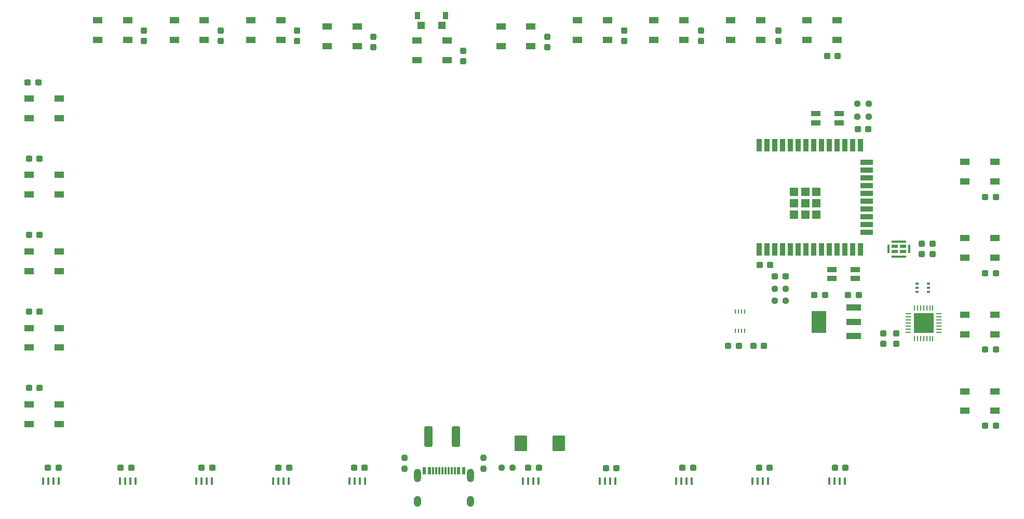
<source format=gbr>
%TF.GenerationSoftware,KiCad,Pcbnew,(6.0.6-0)*%
%TF.CreationDate,2022-08-02T12:10:40+02:00*%
%TF.ProjectId,GlowSignMainPCB,476c6f77-5369-4676-9e4d-61696e504342,rev?*%
%TF.SameCoordinates,Original*%
%TF.FileFunction,Copper,L1,Top*%
%TF.FilePolarity,Positive*%
%FSLAX46Y46*%
G04 Gerber Fmt 4.6, Leading zero omitted, Abs format (unit mm)*
G04 Created by KiCad (PCBNEW (6.0.6-0)) date 2022-08-02 12:10:40*
%MOMM*%
%LPD*%
G01*
G04 APERTURE LIST*
G04 Aperture macros list*
%AMRoundRect*
0 Rectangle with rounded corners*
0 $1 Rounding radius*
0 $2 $3 $4 $5 $6 $7 $8 $9 X,Y pos of 4 corners*
0 Add a 4 corners polygon primitive as box body*
4,1,4,$2,$3,$4,$5,$6,$7,$8,$9,$2,$3,0*
0 Add four circle primitives for the rounded corners*
1,1,$1+$1,$2,$3*
1,1,$1+$1,$4,$5*
1,1,$1+$1,$6,$7*
1,1,$1+$1,$8,$9*
0 Add four rect primitives between the rounded corners*
20,1,$1+$1,$2,$3,$4,$5,0*
20,1,$1+$1,$4,$5,$6,$7,0*
20,1,$1+$1,$6,$7,$8,$9,0*
20,1,$1+$1,$8,$9,$2,$3,0*%
G04 Aperture macros list end*
%TA.AperFunction,SMDPad,CuDef*%
%ADD10RoundRect,0.237500X-0.237500X0.300000X-0.237500X-0.300000X0.237500X-0.300000X0.237500X0.300000X0*%
%TD*%
%TA.AperFunction,SMDPad,CuDef*%
%ADD11R,0.419990X1.300000*%
%TD*%
%TA.AperFunction,SMDPad,CuDef*%
%ADD12R,0.900000X2.000000*%
%TD*%
%TA.AperFunction,SMDPad,CuDef*%
%ADD13R,2.000000X0.900000*%
%TD*%
%TA.AperFunction,SMDPad,CuDef*%
%ADD14R,1.330000X1.330000*%
%TD*%
%TA.AperFunction,SMDPad,CuDef*%
%ADD15R,1.500000X1.000000*%
%TD*%
%TA.AperFunction,SMDPad,CuDef*%
%ADD16RoundRect,0.237500X-0.300000X-0.237500X0.300000X-0.237500X0.300000X0.237500X-0.300000X0.237500X0*%
%TD*%
%TA.AperFunction,SMDPad,CuDef*%
%ADD17RoundRect,0.250000X-0.400000X-1.450000X0.400000X-1.450000X0.400000X1.450000X-0.400000X1.450000X0*%
%TD*%
%TA.AperFunction,SMDPad,CuDef*%
%ADD18RoundRect,0.237500X-0.237500X0.250000X-0.237500X-0.250000X0.237500X-0.250000X0.237500X0.250000X0*%
%TD*%
%TA.AperFunction,SMDPad,CuDef*%
%ADD19RoundRect,0.237500X0.300000X0.237500X-0.300000X0.237500X-0.300000X-0.237500X0.300000X-0.237500X0*%
%TD*%
%TA.AperFunction,SMDPad,CuDef*%
%ADD20R,0.900000X0.280010*%
%TD*%
%TA.AperFunction,SMDPad,CuDef*%
%ADD21R,0.280010X0.900000*%
%TD*%
%TA.AperFunction,SMDPad,CuDef*%
%ADD22R,3.300000X3.300000*%
%TD*%
%TA.AperFunction,SMDPad,CuDef*%
%ADD23O,0.250013X0.750013*%
%TD*%
%TA.AperFunction,SMDPad,CuDef*%
%ADD24R,2.470003X0.980010*%
%TD*%
%TA.AperFunction,SMDPad,CuDef*%
%ADD25R,2.470003X3.600000*%
%TD*%
%TA.AperFunction,SMDPad,CuDef*%
%ADD26R,1.500000X0.900000*%
%TD*%
%TA.AperFunction,SMDPad,CuDef*%
%ADD27RoundRect,0.250000X-0.787500X-1.025000X0.787500X-1.025000X0.787500X1.025000X-0.787500X1.025000X0*%
%TD*%
%TA.AperFunction,SMDPad,CuDef*%
%ADD28RoundRect,0.237500X0.237500X-0.300000X0.237500X0.300000X-0.237500X0.300000X-0.237500X-0.300000X0*%
%TD*%
%TA.AperFunction,SMDPad,CuDef*%
%ADD29R,0.600000X0.419990*%
%TD*%
%TA.AperFunction,SMDPad,CuDef*%
%ADD30R,0.600000X1.300000*%
%TD*%
%TA.AperFunction,SMDPad,CuDef*%
%ADD31R,0.300000X1.300000*%
%TD*%
%TA.AperFunction,ComponentPad*%
%ADD32O,1.200000X1.800000*%
%TD*%
%TA.AperFunction,ComponentPad*%
%ADD33O,1.200000X2.200000*%
%TD*%
%TA.AperFunction,SMDPad,CuDef*%
%ADD34RoundRect,0.237500X-0.250000X-0.237500X0.250000X-0.237500X0.250000X0.237500X-0.250000X0.237500X0*%
%TD*%
%TA.AperFunction,SMDPad,CuDef*%
%ADD35RoundRect,0.237500X0.250000X0.237500X-0.250000X0.237500X-0.250000X-0.237500X0.250000X-0.237500X0*%
%TD*%
%TA.AperFunction,SMDPad,CuDef*%
%ADD36R,1.050013X0.550013*%
%TD*%
%TA.AperFunction,SMDPad,CuDef*%
%ADD37R,0.450013X1.400000*%
%TD*%
%TA.AperFunction,SMDPad,CuDef*%
%ADD38R,2.400000X0.450013*%
%TD*%
%TA.AperFunction,SMDPad,CuDef*%
%ADD39R,0.900000X1.200000*%
%TD*%
%TA.AperFunction,SMDPad,CuDef*%
%ADD40R,1.200000X1.300000*%
%TD*%
G04 APERTURE END LIST*
D10*
%TO.P,C31,1*%
%TO.N,+5V*%
X159122600Y-65989900D03*
%TO.P,C31,2*%
%TO.N,LED GND*%
X159122600Y-67714900D03*
%TD*%
D11*
%TO.P,D3,1,DIN*%
%TO.N,LED1 DATA OUT*%
X155179442Y-138608618D03*
%TO.P,D3,2,VDD*%
%TO.N,+5V*%
X156029328Y-138608618D03*
%TO.P,D3,3,DOUT*%
%TO.N,Net-(D3-Pad3)*%
X156879468Y-138608618D03*
%TO.P,D3,4,VSS*%
%TO.N,LED GND*%
X157729354Y-138608618D03*
%TD*%
D12*
%TO.P,U4,1,GND*%
%TO.N,GND*%
X193701250Y-100713700D03*
%TO.P,U4,2,3V3*%
%TO.N,+3V3*%
X194971250Y-100713700D03*
%TO.P,U4,3,EN*%
%TO.N,EN*%
X196241250Y-100713700D03*
%TO.P,U4,4,SENSOR_VP*%
%TO.N,unconnected-(U4-Pad4)*%
X197511250Y-100713700D03*
%TO.P,U4,5,SENSOR_VN*%
%TO.N,unconnected-(U4-Pad5)*%
X198781250Y-100713700D03*
%TO.P,U4,6,I34*%
%TO.N,I34{slash}BATT VOLT*%
X200051250Y-100713700D03*
%TO.P,U4,7,I35*%
%TO.N,I35{slash}BATT CHARGING*%
X201321250Y-100713700D03*
%TO.P,U4,8,IO32*%
%TO.N,IO32{slash}SD*%
X202591250Y-100713700D03*
%TO.P,U4,9,IO33*%
%TO.N,IO33{slash}USB-C CONN*%
X203861250Y-100713700D03*
%TO.P,U4,10,IO25*%
%TO.N,unconnected-(U4-Pad10)*%
X205131250Y-100713700D03*
%TO.P,U4,11,IO26*%
%TO.N,unconnected-(U4-Pad11)*%
X206401250Y-100713700D03*
%TO.P,U4,12,IO27*%
%TO.N,unconnected-(U4-Pad12)*%
X207671250Y-100713700D03*
%TO.P,U4,13,IO14*%
%TO.N,IO14{slash}SCK*%
X208941250Y-100713700D03*
%TO.P,U4,14,IO12*%
%TO.N,unconnected-(U4-Pad14)*%
X210211250Y-100713700D03*
D13*
%TO.P,U4,15,GND*%
%TO.N,GND*%
X211211250Y-97928700D03*
%TO.P,U4,16,IO13*%
%TO.N,unconnected-(U4-Pad16)*%
X211211250Y-96658700D03*
%TO.P,U4,17,NC*%
%TO.N,unconnected-(U4-Pad17)*%
X211211250Y-95388700D03*
%TO.P,U4,18,NC*%
%TO.N,unconnected-(U4-Pad18)*%
X211211250Y-94118700D03*
%TO.P,U4,19,NC*%
%TO.N,unconnected-(U4-Pad19)*%
X211211250Y-92848700D03*
%TO.P,U4,20,NC*%
%TO.N,unconnected-(U4-Pad20)*%
X211211250Y-91578700D03*
%TO.P,U4,21,NC*%
%TO.N,unconnected-(U4-Pad21)*%
X211211250Y-90308700D03*
%TO.P,U4,22,NC*%
%TO.N,unconnected-(U4-Pad22)*%
X211211250Y-89038700D03*
%TO.P,U4,23,IO15*%
%TO.N,IO15{slash}WS*%
X211211250Y-87768700D03*
%TO.P,U4,24,IO2*%
%TO.N,unconnected-(U4-Pad24)*%
X211211250Y-86498700D03*
D12*
%TO.P,U4,25,IO0*%
%TO.N,IO0*%
X210211250Y-83713700D03*
%TO.P,U4,26,IO4*%
%TO.N,unconnected-(U4-Pad26)*%
X208941250Y-83713700D03*
%TO.P,U4,27,IO16*%
%TO.N,IO16{slash}LED1*%
X207671250Y-83713700D03*
%TO.P,U4,28,IO17*%
%TO.N,unconnected-(U4-Pad28)*%
X206401250Y-83713700D03*
%TO.P,U4,29,IO5*%
%TO.N,unconnected-(U4-Pad29)*%
X205131250Y-83713700D03*
%TO.P,U4,30,IO18*%
%TO.N,IO18{slash}MAINBUTTON*%
X203861250Y-83713700D03*
%TO.P,U4,31,IO19*%
%TO.N,unconnected-(U4-Pad31)*%
X202591250Y-83713700D03*
%TO.P,U4,32,NC1*%
%TO.N,unconnected-(U4-Pad32)*%
X201321250Y-83713700D03*
%TO.P,U4,33,IO21*%
%TO.N,unconnected-(U4-Pad33)*%
X200051250Y-83713700D03*
%TO.P,U4,34,RXD0*%
%TO.N,RXD0*%
X198781250Y-83713700D03*
%TO.P,U4,35,TXD0*%
%TO.N,TXD0*%
X197511250Y-83713700D03*
%TO.P,U4,36,IO22*%
%TO.N,unconnected-(U4-Pad36)*%
X196241250Y-83713700D03*
%TO.P,U4,37,IO23*%
%TO.N,IO23{slash}LEDPOWER*%
X194971250Y-83713700D03*
%TO.P,U4,38,GND*%
%TO.N,GND*%
X193701250Y-83713700D03*
D14*
%TO.P,U4,39,GND*%
X199366250Y-95048700D03*
X201201250Y-93213700D03*
X199366250Y-91378700D03*
X203036250Y-95048700D03*
X203036250Y-91378700D03*
X203036250Y-93213700D03*
X201201250Y-95048700D03*
X199366250Y-93213700D03*
X201201250Y-91378700D03*
%TD*%
D15*
%TO.P,D18,1,VDD*%
%TO.N,+5V*%
X123283700Y-64322400D03*
%TO.P,D18,2,DOUT*%
%TO.N,Net-(D18-Pad2)*%
X123283700Y-67522400D03*
%TO.P,D18,3,VSS*%
%TO.N,LED GND*%
X128183700Y-67522400D03*
%TO.P,D18,4,DIN*%
%TO.N,Net-(D17-Pad2)*%
X128183700Y-64322400D03*
%TD*%
%TO.P,D12,1,VDD*%
%TO.N,+5V*%
X201498300Y-63322400D03*
%TO.P,D12,2,DOUT*%
%TO.N,Net-(D12-Pad2)*%
X201498300Y-66522400D03*
%TO.P,D12,3,VSS*%
%TO.N,LED GND*%
X206398300Y-66522400D03*
%TO.P,D12,4,DIN*%
%TO.N,Net-(D11-Pad2)*%
X206398300Y-63322400D03*
%TD*%
D16*
%TO.P,C48,1*%
%TO.N,+5V*%
X188633900Y-116471600D03*
%TO.P,C48,2*%
%TO.N,GND*%
X190358900Y-116471600D03*
%TD*%
D15*
%TO.P,D15,1,VDD*%
%TO.N,+5V*%
X164055000Y-63322400D03*
%TO.P,D15,2,DOUT*%
%TO.N,Net-(D15-Pad2)*%
X164055000Y-66522400D03*
%TO.P,D15,3,VSS*%
%TO.N,LED GND*%
X168955000Y-66522400D03*
%TO.P,D15,4,DIN*%
%TO.N,Net-(D14-Pad2)*%
X168955000Y-63322400D03*
%TD*%
D17*
%TO.P,F1,1*%
%TO.N,Net-(F1-Pad1)*%
X139761000Y-131318000D03*
%TO.P,F1,2*%
%TO.N,USB-C 5V*%
X144211000Y-131318000D03*
%TD*%
D15*
%TO.P,D8,1,VDD*%
%TO.N,+5V*%
X227260600Y-123896900D03*
%TO.P,D8,2,DOUT*%
%TO.N,Net-(D8-Pad2)*%
X227260600Y-127096900D03*
%TO.P,D8,3,VSS*%
%TO.N,LED GND*%
X232160600Y-127096900D03*
%TO.P,D8,4,DIN*%
%TO.N,Net-(D7-Pad3)*%
X232160600Y-123896900D03*
%TD*%
D11*
%TO.P,D28,1,DIN*%
%TO.N,Net-(D27-Pad3)*%
X89445942Y-138608618D03*
%TO.P,D28,2,VDD*%
%TO.N,+5V*%
X90295828Y-138608618D03*
%TO.P,D28,3,DOUT*%
%TO.N,Net-(D28-Pad3)*%
X91145968Y-138608618D03*
%TO.P,D28,4,VSS*%
%TO.N,LED GND*%
X91995854Y-138608618D03*
%TD*%
D16*
%TO.P,C18,1*%
%TO.N,+5V*%
X156031100Y-136380120D03*
%TO.P,C18,2*%
%TO.N,LED GND*%
X157756100Y-136380120D03*
%TD*%
D15*
%TO.P,D19,1,VDD*%
%TO.N,+5V*%
X110802600Y-63322400D03*
%TO.P,D19,2,DOUT*%
%TO.N,Net-(D19-Pad2)*%
X110802600Y-66522400D03*
%TO.P,D19,3,VSS*%
%TO.N,LED GND*%
X115702600Y-66522400D03*
%TO.P,D19,4,DIN*%
%TO.N,Net-(D18-Pad2)*%
X115702600Y-63322400D03*
%TD*%
D18*
%TO.P,R2,1*%
%TO.N,GND*%
X135826000Y-134755500D03*
%TO.P,R2,2*%
%TO.N,USB-C CC1*%
X135826000Y-136580500D03*
%TD*%
D19*
%TO.P,C7,1*%
%TO.N,GND*%
X204406400Y-108211600D03*
%TO.P,C7,2*%
%TO.N,+3V3*%
X202681400Y-108211600D03*
%TD*%
D15*
%TO.P,D21,1,VDD*%
%TO.N,+5V*%
X85840400Y-63322400D03*
%TO.P,D21,2,DOUT*%
%TO.N,Net-(D21-Pad2)*%
X85840400Y-66522400D03*
%TO.P,D21,3,VSS*%
%TO.N,LED GND*%
X90740400Y-66522400D03*
%TO.P,D21,4,DIN*%
%TO.N,Net-(D20-Pad2)*%
X90740400Y-63322400D03*
%TD*%
D16*
%TO.P,C38,1*%
%TO.N,+5V*%
X74617700Y-85928600D03*
%TO.P,C38,2*%
%TO.N,LED GND*%
X76342700Y-85928600D03*
%TD*%
D15*
%TO.P,D13,1,VDD*%
%TO.N,+5V*%
X189017200Y-63322400D03*
%TO.P,D13,2,DOUT*%
%TO.N,Net-(D13-Pad2)*%
X189017200Y-66522400D03*
%TO.P,D13,3,VSS*%
%TO.N,LED GND*%
X193917200Y-66522400D03*
%TO.P,D13,4,DIN*%
%TO.N,Net-(D12-Pad2)*%
X193917200Y-63322400D03*
%TD*%
D20*
%TO.P,U7,1,DCD*%
%TO.N,unconnected-(U7-Pad1)*%
X218006451Y-111260533D03*
%TO.P,U7,2,RI*%
%TO.N,unconnected-(U7-Pad2)*%
X218006451Y-111760914D03*
%TO.P,U7,3,GND*%
%TO.N,GND*%
X218006451Y-112261295D03*
%TO.P,U7,4,D+*%
%TO.N,USB-C DATA+*%
X218006451Y-112761676D03*
%TO.P,U7,5,D-*%
%TO.N,USB-C DATA-*%
X218006451Y-113262057D03*
%TO.P,U7,6,VDD*%
%TO.N,+3V3*%
X218006451Y-113762438D03*
%TO.P,U7,7,REGIN*%
X218006451Y-114262819D03*
D21*
%TO.P,U7,8,VBUS*%
%TO.N,USB-C 5V*%
X219005181Y-115261803D03*
%TO.P,U7,9,~{RST}*%
%TO.N,unconnected-(U7-Pad9)*%
X219505562Y-115261803D03*
%TO.P,U7,10,NC*%
%TO.N,unconnected-(U7-Pad10)*%
X220005943Y-115261803D03*
%TO.P,U7,11,~{SUSPEND}*%
%TO.N,unconnected-(U7-Pad11)*%
X220506324Y-115261803D03*
%TO.P,U7,12,SUSPEND*%
%TO.N,unconnected-(U7-Pad12)*%
X221006705Y-115261803D03*
%TO.P,U7,13,NC*%
%TO.N,unconnected-(U7-Pad13)*%
X221507086Y-115261803D03*
%TO.P,U7,14,NC*%
%TO.N,unconnected-(U7-Pad14)*%
X222007467Y-115261803D03*
D20*
%TO.P,U7,15,NC*%
%TO.N,unconnected-(U7-Pad15)*%
X223006451Y-114262819D03*
%TO.P,U7,16,NC*%
%TO.N,unconnected-(U7-Pad16)*%
X223006451Y-113762438D03*
%TO.P,U7,17,NC*%
%TO.N,unconnected-(U7-Pad17)*%
X223006451Y-113262057D03*
%TO.P,U7,18,NC*%
%TO.N,unconnected-(U7-Pad18)*%
X223006451Y-112761676D03*
%TO.P,U7,19,NC*%
%TO.N,unconnected-(U7-Pad19)*%
X223006451Y-112261295D03*
%TO.P,U7,20,NC*%
%TO.N,unconnected-(U7-Pad20)*%
X223006451Y-111760914D03*
%TO.P,U7,21,NC*%
%TO.N,unconnected-(U7-Pad21)*%
X223006451Y-111260533D03*
D21*
%TO.P,U7,22,NC*%
%TO.N,unconnected-(U7-Pad22)*%
X222007467Y-110261803D03*
%TO.P,U7,23,CTS*%
%TO.N,unconnected-(U7-Pad23)*%
X221507086Y-110261803D03*
%TO.P,U7,24,RTS*%
%TO.N,RTS*%
X221006705Y-110261803D03*
%TO.P,U7,25,RXD*%
%TO.N,TXD0*%
X220506324Y-110261803D03*
%TO.P,U7,26,TXD*%
%TO.N,RXD0*%
X220005943Y-110261803D03*
%TO.P,U7,27,DSR*%
%TO.N,unconnected-(U7-Pad27)*%
X219505562Y-110261803D03*
%TO.P,U7,28,DTR*%
%TO.N,DTR*%
X219005181Y-110261803D03*
D22*
%TO.P,U7,29,GND_PAD*%
%TO.N,GND*%
X220506324Y-112761676D03*
%TD*%
D15*
%TO.P,D10,1,VDD*%
%TO.N,+5V*%
X227260600Y-98906900D03*
%TO.P,D10,2,DOUT*%
%TO.N,Net-(D10-Pad2)*%
X227260600Y-102106900D03*
%TO.P,D10,3,VSS*%
%TO.N,LED GND*%
X232160600Y-102106900D03*
%TO.P,D10,4,DIN*%
%TO.N,Net-(D10-Pad4)*%
X232160600Y-98906900D03*
%TD*%
D10*
%TO.P,C32,1*%
%TO.N,+5V*%
X145398000Y-68273100D03*
%TO.P,C32,2*%
%TO.N,LED GND*%
X145398000Y-69998100D03*
%TD*%
D16*
%TO.P,C40,1*%
%TO.N,+5V*%
X74617700Y-110875266D03*
%TO.P,C40,2*%
%TO.N,LED GND*%
X76342700Y-110875266D03*
%TD*%
%TO.P,C46,1*%
%TO.N,+5V*%
X127628600Y-136380120D03*
%TO.P,C46,2*%
%TO.N,LED GND*%
X129353600Y-136380120D03*
%TD*%
D23*
%TO.P,U3,1,VCCA*%
%TO.N,+5V*%
X189814439Y-114019979D03*
%TO.P,U3,2,A1*%
%TO.N,Net-(R1-Pad1)*%
X190314566Y-114019979D03*
%TO.P,U3,3,A2*%
%TO.N,GND*%
X190814439Y-114019979D03*
%TO.P,U3,4,GND*%
X191314566Y-114019979D03*
%TO.P,U3,5,DIR*%
X191314566Y-110920157D03*
%TO.P,U3,6,B2*%
X190814439Y-110920157D03*
%TO.P,U3,7,B1*%
%TO.N,IO16{slash}LED1*%
X190314566Y-110920157D03*
%TO.P,U3,8,VCCB*%
%TO.N,+3V3*%
X189814439Y-110920157D03*
%TD*%
D15*
%TO.P,D25,1,VDD*%
%TO.N,+5V*%
X74664400Y-113563600D03*
%TO.P,D25,2,DOUT*%
%TO.N,Net-(D25-Pad2)*%
X74664400Y-116763600D03*
%TO.P,D25,3,VSS*%
%TO.N,LED GND*%
X79564400Y-116763600D03*
%TO.P,D25,4,DIN*%
%TO.N,Net-(D24-Pad2)*%
X79564400Y-113563600D03*
%TD*%
D16*
%TO.P,C37,1*%
%TO.N,+5V*%
X74423100Y-73507600D03*
%TO.P,C37,2*%
%TO.N,LED GND*%
X76148100Y-73507600D03*
%TD*%
%TO.P,C27,1*%
%TO.N,+5V*%
X204777600Y-69162400D03*
%TO.P,C27,2*%
%TO.N,LED GND*%
X206502600Y-69162400D03*
%TD*%
D11*
%TO.P,D4,1,DIN*%
%TO.N,Net-(D3-Pad3)*%
X167660542Y-138608618D03*
%TO.P,D4,2,VDD*%
%TO.N,+5V*%
X168510428Y-138608618D03*
%TO.P,D4,3,DOUT*%
%TO.N,Net-(D4-Pad3)*%
X169360568Y-138608618D03*
%TO.P,D4,4,VSS*%
%TO.N,LED GND*%
X170210454Y-138608618D03*
%TD*%
D16*
%TO.P,C19,1*%
%TO.N,+5V*%
X168701100Y-136440120D03*
%TO.P,C19,2*%
%TO.N,LED GND*%
X170426100Y-136440120D03*
%TD*%
D24*
%TO.P,U18,1,GND*%
%TO.N,GND*%
X209111300Y-114851575D03*
%TO.P,U18,2,Vout*%
%TO.N,+3V3*%
X209111300Y-112551600D03*
%TO.P,U18,3,Vin*%
%TO.N,+5V*%
X209111300Y-110251625D03*
D25*
%TO.P,U18,4,Vout*%
%TO.N,+3V3*%
X203441500Y-112551600D03*
%TD*%
D16*
%TO.P,C44,1*%
%TO.N,+5V*%
X102781100Y-136380120D03*
%TO.P,C44,2*%
%TO.N,LED GND*%
X104506100Y-136380120D03*
%TD*%
D15*
%TO.P,D24,1,VDD*%
%TO.N,+5V*%
X74664400Y-101068600D03*
%TO.P,D24,2,DOUT*%
%TO.N,Net-(D24-Pad2)*%
X74664400Y-104268600D03*
%TO.P,D24,3,VSS*%
%TO.N,LED GND*%
X79564400Y-104268600D03*
%TO.P,D24,4,DIN*%
%TO.N,Net-(D23-Pad2)*%
X79564400Y-101068600D03*
%TD*%
%TO.P,D16,1,VDD*%
%TO.N,+5V*%
X151573900Y-64322400D03*
%TO.P,D16,2,DOUT*%
%TO.N,Net-(D16-Pad2)*%
X151573900Y-67522400D03*
%TO.P,D16,3,VSS*%
%TO.N,LED GND*%
X156473900Y-67522400D03*
%TO.P,D16,4,DIN*%
%TO.N,Net-(D15-Pad2)*%
X156473900Y-64322400D03*
%TD*%
D16*
%TO.P,C39,1*%
%TO.N,+5V*%
X74617700Y-98401933D03*
%TO.P,C39,2*%
%TO.N,LED GND*%
X76342700Y-98401933D03*
%TD*%
%TO.P,C41,1*%
%TO.N,+5V*%
X74617700Y-123348600D03*
%TO.P,C41,2*%
%TO.N,LED GND*%
X76342700Y-123348600D03*
%TD*%
D11*
%TO.P,D7,1,DIN*%
%TO.N,Net-(D6-Pad3)*%
X205103842Y-138608618D03*
%TO.P,D7,2,VDD*%
%TO.N,+5V*%
X205953728Y-138608618D03*
%TO.P,D7,3,DOUT*%
%TO.N,Net-(D7-Pad3)*%
X206803868Y-138608618D03*
%TO.P,D7,4,VSS*%
%TO.N,LED GND*%
X207653754Y-138608618D03*
%TD*%
D26*
%TO.P,SW1,1,1*%
%TO.N,GND*%
X205576476Y-104011536D03*
X209376324Y-104011536D03*
%TO.P,SW1,2,2*%
%TO.N,Net-(R4-Pad1)*%
X209376324Y-105511664D03*
X205576476Y-105511664D03*
%TD*%
D15*
%TO.P,D9,1,VDD*%
%TO.N,+5V*%
X227260600Y-111401900D03*
%TO.P,D9,2,DOUT*%
%TO.N,Net-(D10-Pad4)*%
X227260600Y-114601900D03*
%TO.P,D9,3,VSS*%
%TO.N,LED GND*%
X232160600Y-114601900D03*
%TO.P,D9,4,DIN*%
%TO.N,Net-(D8-Pad2)*%
X232160600Y-111401900D03*
%TD*%
D16*
%TO.P,C24,1*%
%TO.N,+5V*%
X230539900Y-117099400D03*
%TO.P,C24,2*%
%TO.N,LED GND*%
X232264900Y-117099400D03*
%TD*%
D10*
%TO.P,C33,1*%
%TO.N,+5V*%
X130792600Y-65989900D03*
%TO.P,C33,2*%
%TO.N,LED GND*%
X130792600Y-67714900D03*
%TD*%
D15*
%TO.P,D20,1,VDD*%
%TO.N,+5V*%
X98321500Y-63322400D03*
%TO.P,D20,2,DOUT*%
%TO.N,Net-(D20-Pad2)*%
X98321500Y-66522400D03*
%TO.P,D20,3,VSS*%
%TO.N,LED GND*%
X103221500Y-66522400D03*
%TO.P,D20,4,DIN*%
%TO.N,Net-(D19-Pad2)*%
X103221500Y-63322400D03*
%TD*%
D10*
%TO.P,C35,1*%
%TO.N,+5V*%
X105862600Y-64989900D03*
%TO.P,C35,2*%
%TO.N,LED GND*%
X105862600Y-66714900D03*
%TD*%
D27*
%TO.P,C3,1*%
%TO.N,+5V*%
X154824700Y-132435600D03*
%TO.P,C3,2*%
%TO.N,GND*%
X161049700Y-132435600D03*
%TD*%
D16*
%TO.P,C20,1*%
%TO.N,+5V*%
X181173600Y-136380120D03*
%TO.P,C20,2*%
%TO.N,LED GND*%
X182898600Y-136380120D03*
%TD*%
D15*
%TO.P,D17,1,VDD*%
%TO.N,+5V*%
X137889100Y-66605600D03*
%TO.P,D17,2,DOUT*%
%TO.N,Net-(D17-Pad2)*%
X137889100Y-69805600D03*
%TO.P,D17,3,VSS*%
%TO.N,LED GND*%
X142789100Y-69805600D03*
%TO.P,D17,4,DIN*%
%TO.N,Net-(D16-Pad2)*%
X142789100Y-66605600D03*
%TD*%
D28*
%TO.P,C47,1*%
%TO.N,GND*%
X222006400Y-101524100D03*
%TO.P,C47,2*%
%TO.N,+3V3*%
X222006400Y-99799100D03*
%TD*%
D11*
%TO.P,D29,1,DIN*%
%TO.N,Net-(D28-Pad3)*%
X101927042Y-138608618D03*
%TO.P,D29,2,VDD*%
%TO.N,+5V*%
X102776928Y-138608618D03*
%TO.P,D29,3,DOUT*%
%TO.N,Net-(D29-Pad3)*%
X103627068Y-138608618D03*
%TO.P,D29,4,VSS*%
%TO.N,LED GND*%
X104476954Y-138608618D03*
%TD*%
D29*
%TO.P,U8,1,E*%
%TO.N,RTS*%
X219427297Y-106351613D03*
%TO.P,U8,2,B*%
%TO.N,DTR*%
X219427297Y-107001600D03*
%TO.P,U8,3,C*%
%TO.N,IO0*%
X219427297Y-107651587D03*
%TO.P,U8,4,E*%
%TO.N,DTR*%
X221327221Y-107651587D03*
%TO.P,U8,5,B*%
%TO.N,RTS*%
X221327221Y-107001600D03*
%TO.P,U8,6,C*%
%TO.N,EN*%
X221327221Y-106351613D03*
%TD*%
D30*
%TO.P,USB1,A1B12,GND*%
%TO.N,GND*%
X139090902Y-136920084D03*
%TO.P,USB1,A4B9,VBUS*%
%TO.N,Net-(F1-Pad1)*%
X139890749Y-136920084D03*
D31*
%TO.P,USB1,A5,CC1*%
%TO.N,USB-C CC1*%
X141040864Y-136920084D03*
%TO.P,USB1,A6,DP1*%
%TO.N,USB-C DATA+*%
X142040864Y-136920084D03*
%TO.P,USB1,A7,DN1*%
%TO.N,USB-C DATA-*%
X142540736Y-136920084D03*
%TO.P,USB1,A8,SBU1*%
%TO.N,unconnected-(USB1-PadA8)*%
X143540736Y-136920084D03*
D30*
%TO.P,USB1,B1A12,GND*%
%TO.N,GND*%
X145490698Y-136920084D03*
%TO.P,USB1,B4A9,VBUS*%
%TO.N,Net-(F1-Pad1)*%
X144690851Y-136920084D03*
D31*
%TO.P,USB1,B5,CC2*%
%TO.N,USB-C CC2*%
X144040864Y-136920084D03*
%TO.P,USB1,B6,DP2*%
%TO.N,USB-C DATA+*%
X143040864Y-136920084D03*
%TO.P,USB1,B7,DN2*%
%TO.N,USB-C DATA-*%
X141540736Y-136920084D03*
%TO.P,USB1,B8,SBU2*%
%TO.N,unconnected-(USB1-PadB8)*%
X140540736Y-136920084D03*
D32*
%TO.P,USB1,SHELL,SHELL*%
%TO.N,GND*%
X146610841Y-141842614D03*
D33*
X137970759Y-137662528D03*
D32*
X137970759Y-141842614D03*
D33*
X146610841Y-137662528D03*
%TD*%
D11*
%TO.P,D6,1,DIN*%
%TO.N,Net-(D5-Pad3)*%
X192622742Y-138608618D03*
%TO.P,D6,2,VDD*%
%TO.N,+5V*%
X193472628Y-138608618D03*
%TO.P,D6,3,DOUT*%
%TO.N,Net-(D6-Pad3)*%
X194322768Y-138608618D03*
%TO.P,D6,4,VSS*%
%TO.N,LED GND*%
X195172654Y-138608618D03*
%TD*%
D16*
%TO.P,C42,1*%
%TO.N,+5V*%
X77721100Y-136380120D03*
%TO.P,C42,2*%
%TO.N,LED GND*%
X79446100Y-136380120D03*
%TD*%
D34*
%TO.P,R1,1*%
%TO.N,Net-(R1-Pad1)*%
X151671100Y-136380120D03*
%TO.P,R1,2*%
%TO.N,LED1 DATA OUT*%
X153496100Y-136380120D03*
%TD*%
D18*
%TO.P,R3,1*%
%TO.N,GND*%
X148716000Y-134755500D03*
%TO.P,R3,2*%
%TO.N,USB-C CC2*%
X148716000Y-136580500D03*
%TD*%
D16*
%TO.P,C25,1*%
%TO.N,+5V*%
X230539900Y-104651900D03*
%TO.P,C25,2*%
%TO.N,LED GND*%
X232264900Y-104651900D03*
%TD*%
D10*
%TO.P,C30,1*%
%TO.N,+5V*%
X171675933Y-64989900D03*
%TO.P,C30,2*%
%TO.N,LED GND*%
X171675933Y-66714900D03*
%TD*%
D15*
%TO.P,D26,1,VDD*%
%TO.N,+5V*%
X74664400Y-126058600D03*
%TO.P,D26,2,DOUT*%
%TO.N,Net-(D26-Pad2)*%
X74664400Y-129258600D03*
%TO.P,D26,3,VSS*%
%TO.N,LED GND*%
X79564400Y-129258600D03*
%TO.P,D26,4,DIN*%
%TO.N,Net-(D25-Pad2)*%
X79564400Y-126058600D03*
%TD*%
%TO.P,D23,1,VDD*%
%TO.N,+5V*%
X74664400Y-88573600D03*
%TO.P,D23,2,DOUT*%
%TO.N,Net-(D23-Pad2)*%
X74664400Y-91773600D03*
%TO.P,D23,3,VSS*%
%TO.N,LED GND*%
X79564400Y-91773600D03*
%TO.P,D23,4,DIN*%
%TO.N,Net-(D22-Pad2)*%
X79564400Y-88573600D03*
%TD*%
D11*
%TO.P,D5,1,DIN*%
%TO.N,Net-(D4-Pad3)*%
X180141642Y-138608618D03*
%TO.P,D5,2,VDD*%
%TO.N,+5V*%
X180991528Y-138608618D03*
%TO.P,D5,3,DOUT*%
%TO.N,Net-(D5-Pad3)*%
X181841668Y-138608618D03*
%TO.P,D5,4,VSS*%
%TO.N,LED GND*%
X182691554Y-138608618D03*
%TD*%
D15*
%TO.P,D11,1,VDD*%
%TO.N,+5V*%
X227260600Y-86411900D03*
%TO.P,D11,2,DOUT*%
%TO.N,Net-(D11-Pad2)*%
X227260600Y-89611900D03*
%TO.P,D11,3,VSS*%
%TO.N,LED GND*%
X232160600Y-89611900D03*
%TO.P,D11,4,DIN*%
%TO.N,Net-(D10-Pad2)*%
X232160600Y-86411900D03*
%TD*%
D10*
%TO.P,C29,1*%
%TO.N,+5V*%
X184229266Y-64989900D03*
%TO.P,C29,2*%
%TO.N,LED GND*%
X184229266Y-66714900D03*
%TD*%
D35*
%TO.P,R6,1*%
%TO.N,EN*%
X198028900Y-107131600D03*
%TO.P,R6,2*%
%TO.N,+3V3*%
X196203900Y-107131600D03*
%TD*%
D10*
%TO.P,C28,1*%
%TO.N,+5V*%
X196782600Y-64989900D03*
%TO.P,C28,2*%
%TO.N,LED GND*%
X196782600Y-66714900D03*
%TD*%
D16*
%TO.P,C45,1*%
%TO.N,+5V*%
X115311100Y-136380120D03*
%TO.P,C45,2*%
%TO.N,LED GND*%
X117036100Y-136380120D03*
%TD*%
D28*
%TO.P,C4,1*%
%TO.N,GND*%
X213926400Y-116144100D03*
%TO.P,C4,2*%
%TO.N,+3V3*%
X213926400Y-114419100D03*
%TD*%
D19*
%TO.P,C2,1*%
%TO.N,+3V3*%
X194478900Y-116491600D03*
%TO.P,C2,2*%
%TO.N,GND*%
X192753900Y-116491600D03*
%TD*%
D10*
%TO.P,C34,1*%
%TO.N,+5V*%
X118327600Y-64989900D03*
%TO.P,C34,2*%
%TO.N,LED GND*%
X118327600Y-66714900D03*
%TD*%
D36*
%TO.P,U20,1,VDD*%
%TO.N,+3V3*%
X217151483Y-100257145D03*
%TO.P,U20,2,L/R*%
%TO.N,IO15{slash}WS*%
X215801216Y-100257145D03*
%TO.P,U20,3,CLK*%
%TO.N,IO14{slash}SCK*%
X215801216Y-101107031D03*
%TO.P,U20,4,DATA*%
%TO.N,IO32{slash}SD*%
X217151483Y-101107031D03*
D37*
%TO.P,U20,5,GND*%
%TO.N,GND*%
X218201267Y-100682088D03*
D38*
%TO.P,U20,6,GND*%
X216476349Y-99457043D03*
D37*
%TO.P,U20,7,GND*%
X214751432Y-100682088D03*
D38*
%TO.P,U20,8,GND*%
X216476349Y-101907132D03*
%TD*%
D19*
%TO.P,C8,1*%
%TO.N,EN*%
X197978900Y-105111600D03*
%TO.P,C8,2*%
%TO.N,GND*%
X196253900Y-105111600D03*
%TD*%
D10*
%TO.P,C36,1*%
%TO.N,+5V*%
X93397600Y-64989900D03*
%TO.P,C36,2*%
%TO.N,LED GND*%
X93397600Y-66714900D03*
%TD*%
D11*
%TO.P,D27,1,DIN*%
%TO.N,Net-(D26-Pad2)*%
X76964842Y-138608618D03*
%TO.P,D27,2,VDD*%
%TO.N,+5V*%
X77814728Y-138608618D03*
%TO.P,D27,3,DOUT*%
%TO.N,Net-(D27-Pad3)*%
X78664868Y-138608618D03*
%TO.P,D27,4,VSS*%
%TO.N,LED GND*%
X79514754Y-138608618D03*
%TD*%
D15*
%TO.P,D14,1,VDD*%
%TO.N,+5V*%
X176536100Y-63322400D03*
%TO.P,D14,2,DOUT*%
%TO.N,Net-(D14-Pad2)*%
X176536100Y-66522400D03*
%TO.P,D14,3,VSS*%
%TO.N,LED GND*%
X181436100Y-66522400D03*
%TO.P,D14,4,DIN*%
%TO.N,Net-(D13-Pad2)*%
X181436100Y-63322400D03*
%TD*%
%TO.P,D22,1,VDD*%
%TO.N,+5V*%
X74664400Y-76078600D03*
%TO.P,D22,2,DOUT*%
%TO.N,Net-(D22-Pad2)*%
X74664400Y-79278600D03*
%TO.P,D22,3,VSS*%
%TO.N,LED GND*%
X79564400Y-79278600D03*
%TO.P,D22,4,DIN*%
%TO.N,Net-(D21-Pad2)*%
X79564400Y-76078600D03*
%TD*%
D10*
%TO.P,C6,1*%
%TO.N,+3V3*%
X216026400Y-114419100D03*
%TO.P,C6,2*%
%TO.N,GND*%
X216026400Y-116144100D03*
%TD*%
D16*
%TO.P,C1,1*%
%TO.N,GND*%
X193743900Y-103301600D03*
%TO.P,C1,2*%
%TO.N,+3V3*%
X195468900Y-103301600D03*
%TD*%
D11*
%TO.P,D30,1,DIN*%
%TO.N,Net-(D29-Pad3)*%
X114408142Y-138608618D03*
%TO.P,D30,2,VDD*%
%TO.N,+5V*%
X115258028Y-138608618D03*
%TO.P,D30,3,DOUT*%
%TO.N,Net-(D30-Pad3)*%
X116108168Y-138608618D03*
%TO.P,D30,4,VSS*%
%TO.N,LED GND*%
X116958054Y-138608618D03*
%TD*%
D16*
%TO.P,C21,1*%
%TO.N,+5V*%
X193681100Y-136380120D03*
%TO.P,C21,2*%
%TO.N,LED GND*%
X195406100Y-136380120D03*
%TD*%
D11*
%TO.P,D31,1,DIN*%
%TO.N,Net-(D30-Pad3)*%
X126889242Y-138608618D03*
%TO.P,D31,2,VDD*%
%TO.N,+5V*%
X127739128Y-138608618D03*
%TO.P,D31,3,DOUT*%
%TO.N,unconnected-(D31-Pad3)*%
X128589268Y-138608618D03*
%TO.P,D31,4,VSS*%
%TO.N,LED GND*%
X129439154Y-138608618D03*
%TD*%
D16*
%TO.P,C23,1*%
%TO.N,+5V*%
X230539900Y-129546900D03*
%TO.P,C23,2*%
%TO.N,LED GND*%
X232264900Y-129546900D03*
%TD*%
D34*
%TO.P,R7,1*%
%TO.N,IO0*%
X209713900Y-79061600D03*
%TO.P,R7,2*%
%TO.N,+3V3*%
X211538900Y-79061600D03*
%TD*%
D28*
%TO.P,C10,1*%
%TO.N,GND*%
X220226400Y-101524100D03*
%TO.P,C10,2*%
%TO.N,+3V3*%
X220226400Y-99799100D03*
%TD*%
D35*
%TO.P,R5,1*%
%TO.N,Net-(R5-Pad1)*%
X211538900Y-76971600D03*
%TO.P,R5,2*%
%TO.N,IO0*%
X209713900Y-76971600D03*
%TD*%
D39*
%TO.P,SW3,1,1*%
%TO.N,unconnected-(SW3-Pad1)*%
X137958825Y-62581606D03*
%TO.P,SW3,2*%
%TO.N,N/C*%
X142558775Y-62581606D03*
D40*
%TO.P,SW3,3,3*%
%TO.N,GND*%
X138583921Y-64131517D03*
%TO.P,SW3,4,4*%
%TO.N,IO18{slash}MAINBUTTON*%
X141933933Y-64131517D03*
%TD*%
D16*
%TO.P,C9,1*%
%TO.N,IO0*%
X209763900Y-81101600D03*
%TO.P,C9,2*%
%TO.N,GND*%
X211488900Y-81101600D03*
%TD*%
D35*
%TO.P,R4,1*%
%TO.N,Net-(R4-Pad1)*%
X198028900Y-109151600D03*
%TO.P,R4,2*%
%TO.N,EN*%
X196203900Y-109151600D03*
%TD*%
D16*
%TO.P,C5,1*%
%TO.N,GND*%
X208211400Y-108211600D03*
%TO.P,C5,2*%
%TO.N,+5V*%
X209936400Y-108211600D03*
%TD*%
%TO.P,C22,1*%
%TO.N,+5V*%
X206013600Y-136380120D03*
%TO.P,C22,2*%
%TO.N,LED GND*%
X207738600Y-136380120D03*
%TD*%
D26*
%TO.P,SW2,1,1*%
%TO.N,GND*%
X202916476Y-80091664D03*
X206716324Y-80091664D03*
%TO.P,SW2,2,2*%
%TO.N,Net-(R5-Pad1)*%
X202916476Y-78591536D03*
X206716324Y-78591536D03*
%TD*%
D16*
%TO.P,C43,1*%
%TO.N,+5V*%
X89581100Y-136420120D03*
%TO.P,C43,2*%
%TO.N,LED GND*%
X91306100Y-136420120D03*
%TD*%
%TO.P,C26,1*%
%TO.N,+5V*%
X230539900Y-92204400D03*
%TO.P,C26,2*%
%TO.N,LED GND*%
X232264900Y-92204400D03*
%TD*%
M02*

</source>
